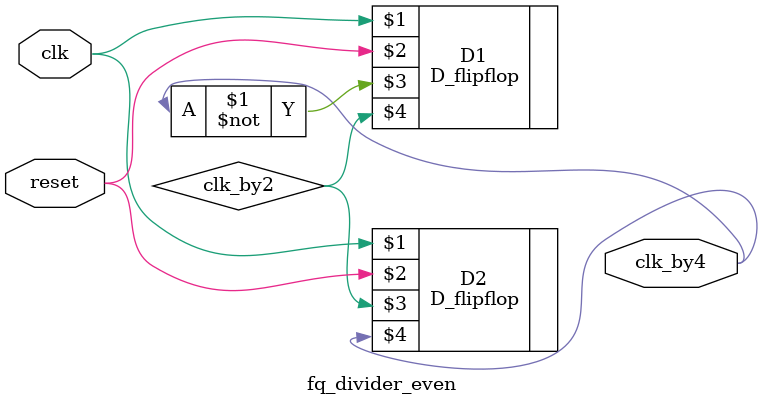
<source format=v>
`timescale 1ns / 1ps



module fq_divider_even(
    input clk, reset,
    output clk_by4
    );
    wire clk_by2;
    
    D_flipflop D1(clk, reset, ~clk_by4, clk_by2);
    D_flipflop D2(clk, reset, clk_by2, clk_by4);

endmodule























//module fq_divider_even#(parameter N = 2) (
//    input clk, reset,
//    output clk_out
//);
//    // Internal signals to connect D flip-flops
//    wire [N-1:0] div_clk;

//    // Generate N D flip-flops
//    genvar i;
//    generate
//        for (i = 0; i < N; i = i + 1) begin : gen_dff
//            if (i == 0) begin
//                // First D flip-flop
//                D_flipflop DFF (
//                    .clk(clk), 
//                    .reset(reset), 
//                    .d(~div_clk[i]), 
//                    .Q(div_clk[i])
//                );
//            end else begin
//                // Chain the rest of the D flip-flops
//                D_flipflop DFF (
//                    .clk(clk), 
//                    .reset(reset), 
//                    .d(div_clk[i-1]), 
//                    .Q(div_clk[i])
//                );
//            end
//        end
//    endgenerate

//    // Output the final divided clock
//    assign clk_out = div_clk[N-1];

    
    
    
//endmodule
</source>
